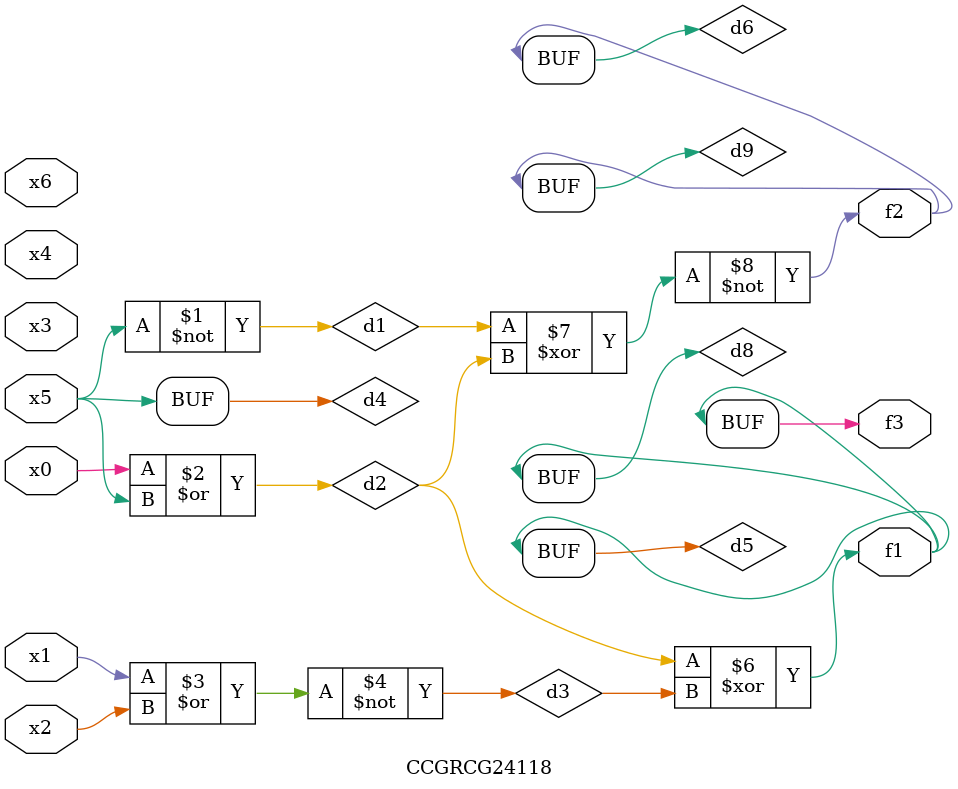
<source format=v>
module CCGRCG24118(
	input x0, x1, x2, x3, x4, x5, x6,
	output f1, f2, f3
);

	wire d1, d2, d3, d4, d5, d6, d7, d8, d9;

	nand (d1, x5);
	or (d2, x0, x5);
	nor (d3, x1, x2);
	xnor (d4, d1);
	xor (d5, d2, d3);
	xnor (d6, d1, d2);
	not (d7, x4);
	buf (d8, d5);
	xor (d9, d6);
	assign f1 = d8;
	assign f2 = d9;
	assign f3 = d8;
endmodule

</source>
